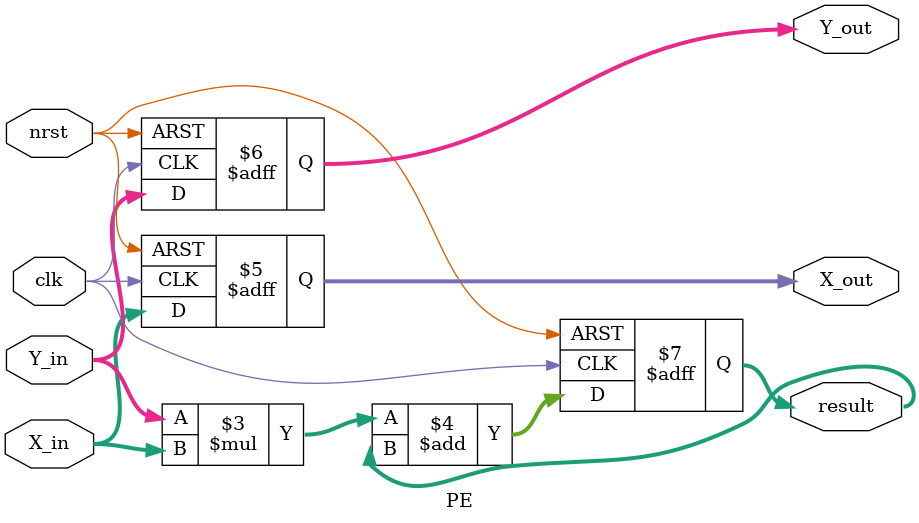
<source format=sv>
module PE #(
    n = 8
) (
    input clk,
    input nrst,
    input signed [n-1:0] X_in,
    input signed [n-1:0] Y_in,
    output logic signed [n-1:0] X_out,
    output logic signed [n-1:0] Y_out,
    output logic signed [2*n-1:0] result
);

// logic [2*n-1:0] result;

always @(posedge clk, negedge nrst) begin
    if (!nrst) begin
        result <= 0;
        X_out <= 0;
        Y_out <= 0;
    end else begin
        X_out <= X_in;
        Y_out <= Y_in;
        result <= (Y_in * X_in) + result;
    end
end
    
endmodule
</source>
